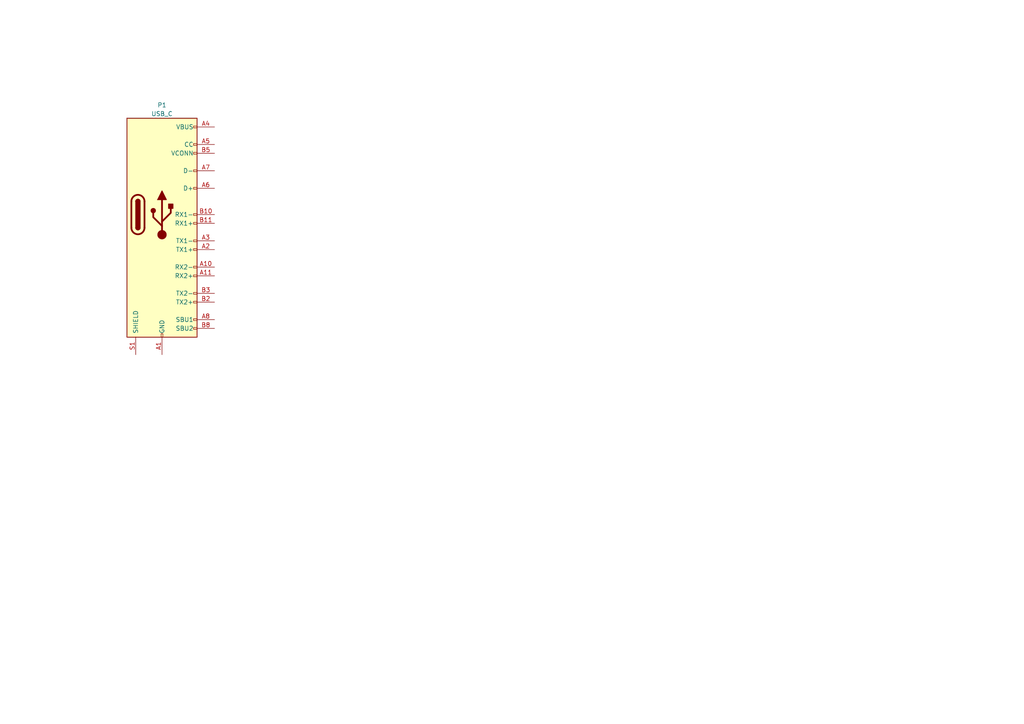
<source format=kicad_sch>
(kicad_sch (version 20230121) (generator eeschema)
  (paper "A4")
  (lib_symbols
    (symbol "motorgo_components:USB_C" (pin_names (offset 1.016))
      (property "Reference" "P" (at -10.16 29.21 0))
      (property "Value" "USB_C" (at 10.16 29.21 0))
      (symbol "USB_C_0_0"
        (rectangle (start -0.254 -35.56) (end 0.254 -34.544))
        (rectangle (start 10.16 -32.766) (end 9.144 -33.274))
        (rectangle (start 10.16 -30.226) (end 9.144 -30.734))
        (rectangle (start 10.16 -25.146) (end 9.144 -25.654))
        (rectangle (start 10.16 -22.606) (end 9.144 -23.114))
        (rectangle (start 10.16 -17.526) (end 9.144 -18.034))
        (rectangle (start 10.16 -14.986) (end 9.144 -15.494))
        (rectangle (start 10.16 -9.906) (end 9.144 -10.414))
        (rectangle (start 10.16 -7.366) (end 9.144 -7.874))
        (rectangle (start 10.16 -2.286) (end 9.144 -2.794))
        (rectangle (start 10.16 0.254) (end 9.144 -0.254))
        (rectangle (start 10.16 7.874) (end 9.144 7.366))
        (rectangle (start 10.16 12.954) (end 9.144 12.446))
        (rectangle (start 10.16 18.034) (end 9.144 17.526))
        (rectangle (start 10.16 20.574) (end 9.144 20.066))
        (rectangle (start 10.16 25.654) (end 9.144 25.146))
      )
      (symbol "USB_C_0_1"
        (rectangle (start -10.16 27.94) (end 10.16 -35.56) (stroke (width 0.254)) (fill (type background)))
        (arc (start -8.89 -3.81) (mid -6.985 -5.7067) (end -5.08 -3.81) (stroke (width 0.508)))
        (arc (start -7.62 -3.81) (mid -6.985 -4.4423) (end -6.35 -3.81) (stroke (width 0.254)))
        (arc (start -7.62 -3.81) (mid -6.985 -4.4423) (end -6.35 -3.81) (stroke (width 0.254)) (fill (type outline)))
        (rectangle (start -7.62 -3.81) (end -6.35 3.81) (stroke (width 0.254)) (fill (type outline)))
        (arc (start -6.35 3.81) (mid -6.985 4.4423) (end -7.62 3.81) (stroke (width 0.254)))
        (arc (start -6.35 3.81) (mid -6.985 4.4423) (end -7.62 3.81) (stroke (width 0.254)) (fill (type outline)))
        (arc (start -5.08 3.81) (mid -6.985 5.7067) (end -8.89 3.81) (stroke (width 0.508)))
        (polyline (pts (xy -8.89 -3.81) (xy -8.89 3.81)) (stroke (width 0.508)))
        (polyline (pts (xy -5.08 3.81) (xy -5.08 -3.81)) (stroke (width 0.508)))
      )
      (symbol "USB_C_1_1"
        (circle (center -2.54 1.143) (radius 0.635) (stroke (width 0.254)) (fill (type outline)))
        (circle (center 0 -5.842) (radius 1.27) (fill (type outline)))
        (polyline (pts (xy 0 -5.842) (xy 0 4.318)) (stroke (width 0.508)))
        (polyline (pts (xy 0 -3.302) (xy -2.54 -0.762) (xy -2.54 0.508)) (stroke (width 0.508)))
        (polyline (pts (xy 0 -2.032) (xy 2.54 0.508) (xy 2.54 1.778)) (stroke (width 0.508)))
        (polyline (pts (xy -1.27 4.318) (xy 0 6.858) (xy 1.27 4.318) (xy -1.27 4.318)) (stroke (width 0.254)) (fill (type outline)))
        (rectangle (start 1.905 1.778) (end 3.175 3.048) (stroke (width 0.254)) (fill (type outline)))
        (pin passive line (at 0 -40.64 90) (length 5.08) (name "GND") (number "A1"))
        (pin bidirectional line (at 15.24 -15.24 180) (length 5.08) (name "RX2-") (number "A10"))
        (pin bidirectional line (at 15.24 -17.78 180) (length 5.08) (name "RX2+") (number "A11"))
        (pin passive line (at 0 -40.64 90) (length 5.08) hide (name "GND") (number "A12"))
        (pin bidirectional line (at 15.24 -10.16 180) (length 5.08) (name "TX1+") (number "A2"))
        (pin bidirectional line (at 15.24 -7.62 180) (length 5.08) (name "TX1-") (number "A3"))
        (pin passive line (at 15.24 25.4 180) (length 5.08) (name "VBUS") (number "A4"))
        (pin bidirectional line (at 15.24 20.32 180) (length 5.08) (name "CC") (number "A5"))
        (pin bidirectional line (at 15.24 7.62 180) (length 5.08) (name "D+") (number "A6"))
        (pin bidirectional line (at 15.24 12.7 180) (length 5.08) (name "D-") (number "A7"))
        (pin bidirectional line (at 15.24 -30.48 180) (length 5.08) (name "SBU1") (number "A8"))
        (pin passive line (at 15.24 25.4 180) (length 5.08) hide (name "VBUS") (number "A9"))
        (pin passive line (at 0 -40.64 90) (length 5.08) hide (name "GND") (number "B1"))
        (pin bidirectional line (at 15.24 0 180) (length 5.08) (name "RX1-") (number "B10"))
        (pin bidirectional line (at 15.24 -2.54 180) (length 5.08) (name "RX1+") (number "B11"))
        (pin passive line (at 0 -40.64 90) (length 5.08) hide (name "GND") (number "B12"))
        (pin bidirectional line (at 15.24 -25.4 180) (length 5.08) (name "TX2+") (number "B2"))
        (pin bidirectional line (at 15.24 -22.86 180) (length 5.08) (name "TX2-") (number "B3"))
        (pin passive line (at 15.24 25.4 180) (length 5.08) hide (name "VBUS") (number "B4"))
        (pin bidirectional line (at 15.24 17.78 180) (length 5.08) (name "VCONN") (number "B5"))
        (pin bidirectional line (at 15.24 -33.02 180) (length 5.08) (name "SBU2") (number "B8"))
        (pin passive line (at 15.24 25.4 180) (length 5.08) hide (name "VBUS") (number "B9"))
        (pin passive line (at -7.62 -40.64 90) (length 5.08) (name "SHIELD") (number "S1"))
      )
    )
  )
  (symbol (lib_id "motorgo_components:USB_C") (at 46.99 62.23 0) (unit 1)
    (property "Reference" "P1" (at 46.99 30.48 0))
    (property "Value" "USB_C" (at 46.99 33.02 0))
    (property "Datasheet" "https://www.usb.org/sites/default/files/documents/usb_type-c.zip" (effects hide))
  )
)
</source>
